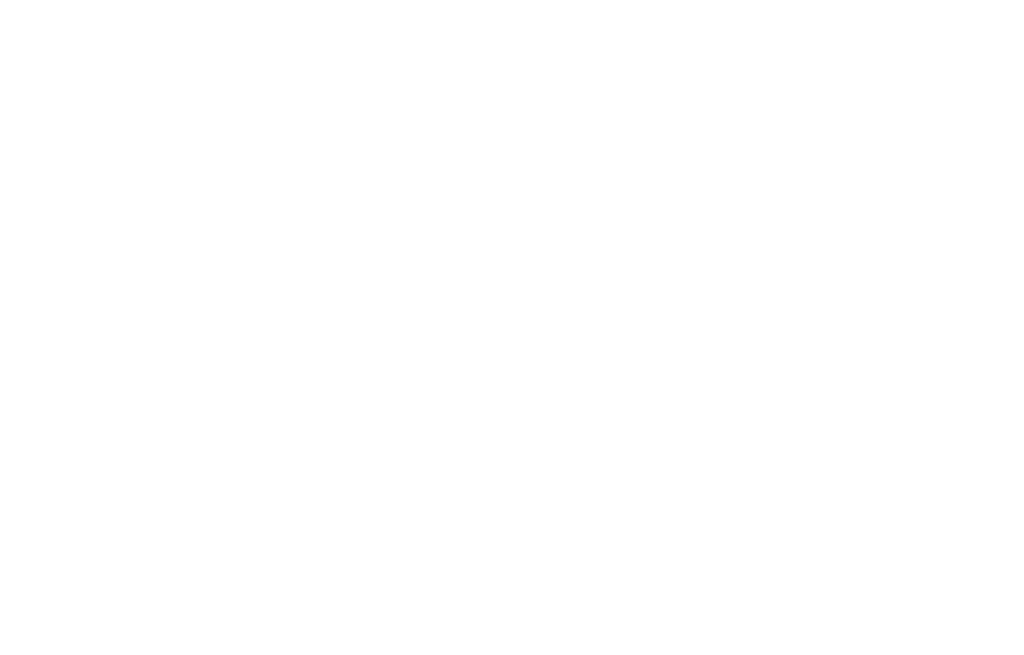
<source format=kicad_sch>
(kicad_sch (version 20230121) (generator eeschema)

  (uuid 24c45a69-1309-4a66-85dc-bd4044729c6d)

  (paper "User" 250.012 159.995)

  (lib_symbols
  )


  (sheet_instances
    (path "/" (page "1"))
  )
)

</source>
